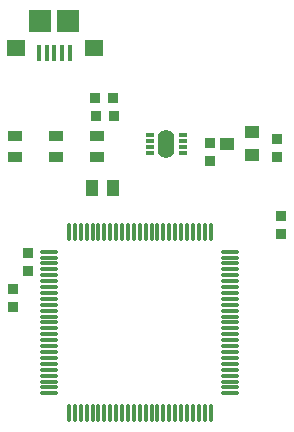
<source format=gtp>
G04 #@! TF.GenerationSoftware,KiCad,Pcbnew,8.0.9-8.0.9-0~ubuntu24.04.1*
G04 #@! TF.CreationDate,2025-10-28T13:37:41-07:00*
G04 #@! TF.ProjectId,PoNS,506f4e53-2e6b-4696-9361-645f70636258,rev?*
G04 #@! TF.SameCoordinates,Original*
G04 #@! TF.FileFunction,Paste,Top*
G04 #@! TF.FilePolarity,Positive*
%FSLAX46Y46*%
G04 Gerber Fmt 4.6, Leading zero omitted, Abs format (unit mm)*
G04 Created by KiCad (PCBNEW 8.0.9-8.0.9-0~ubuntu24.04.1) date 2025-10-28 13:37:41*
%MOMM*%
%LPD*%
G01*
G04 APERTURE LIST*
G04 Aperture macros list*
%AMRoundRect*
0 Rectangle with rounded corners*
0 $1 Rounding radius*
0 $2 $3 $4 $5 $6 $7 $8 $9 X,Y pos of 4 corners*
0 Add a 4 corners polygon primitive as box body*
4,1,4,$2,$3,$4,$5,$6,$7,$8,$9,$2,$3,0*
0 Add four circle primitives for the rounded corners*
1,1,$1+$1,$2,$3*
1,1,$1+$1,$4,$5*
1,1,$1+$1,$6,$7*
1,1,$1+$1,$8,$9*
0 Add four rect primitives between the rounded corners*
20,1,$1+$1,$2,$3,$4,$5,0*
20,1,$1+$1,$4,$5,$6,$7,0*
20,1,$1+$1,$6,$7,$8,$9,0*
20,1,$1+$1,$8,$9,$2,$3,0*%
G04 Aperture macros list end*
%ADD10R,0.889000X0.889000*%
%ADD11R,1.016000X1.397000*%
%ADD12RoundRect,0.075000X-0.075000X-0.662500X0.075000X-0.662500X0.075000X0.662500X-0.075000X0.662500X0*%
%ADD13RoundRect,0.075000X-0.662500X-0.075000X0.662500X-0.075000X0.662500X0.075000X-0.662500X0.075000X0*%
%ADD14R,0.900000X0.900000*%
%ADD15R,1.600000X1.400000*%
%ADD16R,1.900000X1.900000*%
%ADD17R,0.400000X1.350000*%
%ADD18O,1.397000X2.413000*%
%ADD19R,0.726440X0.299720*%
%ADD20R,1.198880X1.016000*%
%ADD21R,1.270000X0.889000*%
G04 APERTURE END LIST*
D10*
X154871822Y-72485199D03*
X154871822Y-74009199D03*
D11*
X144907000Y-76301600D03*
X146685000Y-76301600D03*
D12*
X142932900Y-80018300D03*
X143432900Y-80018300D03*
X143932900Y-80018300D03*
X144432900Y-80018300D03*
X144932900Y-80018300D03*
X145432900Y-80018300D03*
X145932900Y-80018300D03*
X146432900Y-80018300D03*
X146932900Y-80018300D03*
X147432900Y-80018300D03*
X147932900Y-80018300D03*
X148432900Y-80018300D03*
X148932900Y-80018300D03*
X149432900Y-80018300D03*
X149932900Y-80018300D03*
X150432900Y-80018300D03*
X150932900Y-80018300D03*
X151432900Y-80018300D03*
X151932900Y-80018300D03*
X152432900Y-80018300D03*
X152932900Y-80018300D03*
X153432900Y-80018300D03*
X153932900Y-80018300D03*
X154432900Y-80018300D03*
X154932900Y-80018300D03*
D13*
X156595400Y-81680800D03*
X156595400Y-82180800D03*
X156595400Y-82680800D03*
X156595400Y-83180800D03*
X156595400Y-83680800D03*
X156595400Y-84180800D03*
X156595400Y-84680800D03*
X156595400Y-85180800D03*
X156595400Y-85680800D03*
X156595400Y-86180800D03*
X156595400Y-86680800D03*
X156595400Y-87180800D03*
X156595400Y-87680800D03*
X156595400Y-88180800D03*
X156595400Y-88680800D03*
X156595400Y-89180800D03*
X156595400Y-89680800D03*
X156595400Y-90180800D03*
X156595400Y-90680800D03*
X156595400Y-91180800D03*
X156595400Y-91680800D03*
X156595400Y-92180800D03*
X156595400Y-92680800D03*
X156595400Y-93180800D03*
X156595400Y-93680800D03*
D12*
X154932900Y-95343300D03*
X154432900Y-95343300D03*
X153932900Y-95343300D03*
X153432900Y-95343300D03*
X152932900Y-95343300D03*
X152432900Y-95343300D03*
X151932900Y-95343300D03*
X151432900Y-95343300D03*
X150932900Y-95343300D03*
X150432900Y-95343300D03*
X149932900Y-95343300D03*
X149432900Y-95343300D03*
X148932900Y-95343300D03*
X148432900Y-95343300D03*
X147932900Y-95343300D03*
X147432900Y-95343300D03*
X146932900Y-95343300D03*
X146432900Y-95343300D03*
X145932900Y-95343300D03*
X145432900Y-95343300D03*
X144932900Y-95343300D03*
X144432900Y-95343300D03*
X143932900Y-95343300D03*
X143432900Y-95343300D03*
X142932900Y-95343300D03*
D13*
X141270400Y-93680800D03*
X141270400Y-93180800D03*
X141270400Y-92680800D03*
X141270400Y-92180800D03*
X141270400Y-91680800D03*
X141270400Y-91180800D03*
X141270400Y-90680800D03*
X141270400Y-90180800D03*
X141270400Y-89680800D03*
X141270400Y-89180800D03*
X141270400Y-88680800D03*
X141270400Y-88180800D03*
X141270400Y-87680800D03*
X141270400Y-87180800D03*
X141270400Y-86680800D03*
X141270400Y-86180800D03*
X141270400Y-85680800D03*
X141270400Y-85180800D03*
X141270400Y-84680800D03*
X141270400Y-84180800D03*
X141270400Y-83680800D03*
X141270400Y-83180800D03*
X141270400Y-82680800D03*
X141270400Y-82180800D03*
X141270400Y-81680800D03*
D10*
X139496800Y-81838800D03*
X139496800Y-83362800D03*
X160934400Y-78689200D03*
X160934400Y-80213200D03*
D14*
X138176000Y-86410800D03*
X138176000Y-84886800D03*
X160528000Y-73660000D03*
X160528000Y-72136000D03*
D15*
X138493900Y-64420420D03*
D16*
X140493900Y-62166500D03*
X142893900Y-62166500D03*
D15*
X145093900Y-64420420D03*
D17*
X140395960Y-64841500D03*
X141046200Y-64841500D03*
X141693900Y-64841500D03*
X142341600Y-64841500D03*
X142991840Y-64841500D03*
D18*
X151180800Y-72542400D03*
D19*
X149768560Y-73291700D03*
X149768560Y-72791320D03*
X149768560Y-72293480D03*
X149768560Y-71793100D03*
X152593040Y-71793100D03*
X152593040Y-72293480D03*
X152593040Y-72791320D03*
X152593040Y-73291700D03*
D20*
X156310885Y-72529405D03*
X158429245Y-71579445D03*
X158429245Y-73479365D03*
D21*
X145288000Y-71856600D03*
X145288000Y-73634600D03*
X141833600Y-71856600D03*
X141833600Y-73634600D03*
X138379200Y-71856600D03*
X138379200Y-73634600D03*
D10*
X145135600Y-68681600D03*
X146659600Y-68681600D03*
X145237200Y-70205600D03*
X146761200Y-70205600D03*
M02*

</source>
